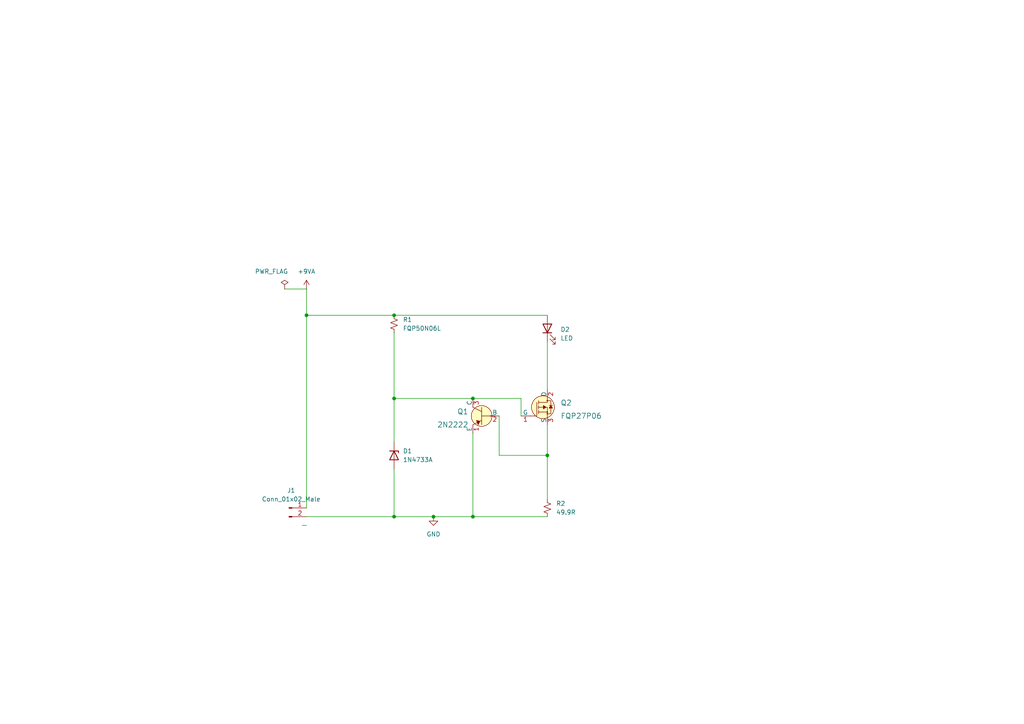
<source format=kicad_sch>
(kicad_sch (version 20211123) (generator eeschema)
  (paper "A4")
  (lib_symbols
    (symbol "Connector:Conn_01x02_Male" (pin_names (offset 1.016) hide)
      (property "Reference" "J" (at 0 2.54 0))
      (property "Value" "Conn_01x02_Male" (at 0 -5.08 0))
      (symbol "Conn_01x02_Male_1_1"
        (polyline (pts (xy 1.27 -2.54) (xy 0.8636 -2.54)) (stroke (width 0.1524)))
        (polyline (pts (xy 1.27 0) (xy 0.8636 0)) (stroke (width 0.1524)))
        (rectangle (start 0.8636 -2.413) (end 0 -2.667) (stroke (width 0.1524)) (fill (type outline)))
        (rectangle (start 0.8636 0.127) (end 0 -0.127) (stroke (width 0.1524)) (fill (type outline)))
        (pin passive line (at 5.08 0 180) (length 3.81) (name "Pin_1") (number "1"))
        (pin passive line (at 5.08 -2.54 180) (length 3.81) (name "Pin_2") (number "2"))
      )
    )
    (symbol "Device:D_Zener" (pin_numbers hide) (pin_names (offset 1.016) hide)
      (property "Reference" "D" (at 0 2.54 0))
      (property "Value" "D_Zener" (at 0 -2.54 0))
      (symbol "D_Zener_0_1"
        (polyline (pts (xy 1.27 0) (xy -1.27 0)))
        (polyline (pts (xy -1.27 -1.27) (xy -1.27 1.27) (xy -0.762 1.27)) (stroke (width 0.254)))
        (polyline (pts (xy 1.27 -1.27) (xy 1.27 1.27) (xy -1.27 0) (xy 1.27 -1.27)) (stroke (width 0.254)))
      )
      (symbol "D_Zener_1_1"
        (pin passive line (at -3.81 0 0) (length 2.54) (name "K") (number "1"))
        (pin passive line (at 3.81 0 180) (length 2.54) (name "A") (number "2"))
      )
    )
    (symbol "Device:LED" (pin_numbers hide) (pin_names (offset 1.016) hide)
      (property "Reference" "D" (at 0 2.54 0))
      (property "Value" "LED" (at 0 -2.54 0))
      (symbol "LED_0_1"
        (polyline (pts (xy -1.27 -1.27) (xy -1.27 1.27)) (stroke (width 0.254)))
        (polyline (pts (xy -1.27 0) (xy 1.27 0)))
        (polyline (pts (xy 1.27 -1.27) (xy 1.27 1.27) (xy -1.27 0) (xy 1.27 -1.27)) (stroke (width 0.254)))
        (polyline (pts (xy -3.048 -0.762) (xy -4.572 -2.286) (xy -3.81 -2.286) (xy -4.572 -2.286) (xy -4.572 -1.524)))
        (polyline (pts (xy -1.778 -0.762) (xy -3.302 -2.286) (xy -2.54 -2.286) (xy -3.302 -2.286) (xy -3.302 -1.524)))
      )
      (symbol "LED_1_1"
        (pin passive line (at -3.81 0 0) (length 2.54) (name "K") (number "1"))
        (pin passive line (at 3.81 0 180) (length 2.54) (name "A") (number "2"))
      )
    )
    (symbol "Device:R_Small_US" (pin_numbers hide) (pin_names (offset 0.254) hide)
      (property "Reference" "R" (at 0.762 0.508 0))
      (property "Value" "R_Small_US" (at 0.762 -1.016 0))
      (symbol "R_Small_US_1_1"
        (polyline (pts (xy 0 0) (xy 1.016 -0.381) (xy 0 -0.762) (xy -1.016 -1.143) (xy 0 -1.524)))
        (polyline (pts (xy 0 1.524) (xy 1.016 1.143) (xy 0 0.762) (xy -1.016 0.381) (xy 0 0)))
        (pin passive line (at 0 2.54 270) (length 1.016) (name "~") (number "1"))
        (pin passive line (at 0 -2.54 90) (length 1.016) (name "~") (number "2"))
      )
    )
    (symbol "dk_Transistors-Bipolar-BJT-Single:2N2222" (pin_names (offset 0))
      (property "Reference" "Q" (at -2.3876 3.9116 0))
      (property "Value" "2N2222" (at 5.08 0 90))
      (symbol "2N2222_0_1"
        (polyline (pts (xy -3.81 0) (xy -2.54 0)))
        (polyline (pts (xy -3.556 0) (xy 0 0)))
        (polyline (pts (xy 0 -1.27) (xy 2.54 -2.54)))
        (polyline (pts (xy 0 1.27) (xy 2.54 2.54)))
        (polyline (pts (xy 0 2.54) (xy 0 -2.54)))
        (polyline (pts (xy 1.016 2.54) (xy 0.508 1.524) (xy 1.524 1.27) (xy 1.016 2.54)) (fill (type outline)))
        (circle (center 0 0) (radius 2.9972) (fill (type background)))
      )
      (symbol "2N2222_1_1"
        (pin passive line (at 2.54 5.08 270) (length 2.54) (name "E") (number "1"))
        (pin input line (at -5.08 0 0) (length 2.54) (name "B") (number "2"))
        (pin passive line (at 2.54 -5.08 90) (length 2.54) (name "C") (number "3"))
      )
    )
    (symbol "dk_Transistors-FETs-MOSFETs-Single:FQP27P06" (pin_names (offset 0))
      (property "Reference" "Q" (at -2.6924 3.6322 0))
      (property "Value" "FQP27P06" (at 3.4544 0 90))
      (symbol "FQP27P06_0_1"
        (circle (center -1.27 0) (radius 3.302) (fill (type background)))
        (circle (center 0 -1.905) (radius 0.127))
        (circle (center 0 -1.397) (radius 0.127))
        (polyline (pts (xy 0 -1.397) (xy -2.54 -1.397)))
        (polyline (pts (xy -5.08 -2.54) (xy -3.048 -2.54) (xy -3.048 1.397)))
        (polyline (pts (xy 0 -2.54) (xy 0 0) (xy -2.54 0)))
        (polyline (pts (xy 0 2.54) (xy 0 1.397) (xy -2.54 1.397)))
        (polyline (pts (xy -0.127 -1.905) (xy 1.016 -1.905) (xy 1.016 1.397) (xy 1.016 1.905) (xy -0.127 1.905)))
        (circle (center 0 1.905) (radius 0.127))
      )
      (symbol "FQP27P06_1_1"
        (polyline (pts (xy -2.54 -1.397) (xy -2.54 -1.905)))
        (polyline (pts (xy -2.54 -1.397) (xy -2.54 -0.889)))
        (polyline (pts (xy -2.54 0) (xy -2.54 -0.508)))
        (polyline (pts (xy -2.54 0) (xy -2.54 0.508)))
        (polyline (pts (xy -2.54 1.905) (xy -2.54 0.889)))
        (polyline (pts (xy 1.524 0.508) (xy 0.508 0.508)))
        (polyline (pts (xy -0.381 0) (xy -1.143 0.508) (xy -1.143 -0.508) (xy -0.381 0)) (fill (type outline)))
        (polyline (pts (xy 1.016 0.508) (xy 0.508 -0.254) (xy 1.524 -0.254) (xy 1.016 0.508)) (fill (type outline)))
        (pin bidirectional line (at -7.62 -2.54 0) (length 2.54) (name "G") (number "1"))
        (pin bidirectional line (at 0 5.08 270) (length 2.54) (name "D") (number "2"))
        (pin bidirectional line (at 0 -5.08 90) (length 2.54) (name "S") (number "3"))
      )
    )
    (symbol "power:+9VA" (power) (pin_names (offset 0))
      (property "Value" "+9VA" (at 0 3.81 0))
      (symbol "+9VA_0_1"
        (polyline (pts (xy -0.762 1.27) (xy 0 2.54)))
        (polyline (pts (xy 0 0) (xy 0 2.54)))
        (polyline (pts (xy 0 2.54) (xy 0.762 1.27)))
      )
      (symbol "+9VA_1_1"
        (pin power_in line (at 0 0 90) (length 0) hide (name "+9VA") (number "1"))
      )
    )
    (symbol "power:GND" (power) (pin_names (offset 0))
      (property "Value" "GND" (at 0 -3.81 0))
      (symbol "GND_0_1"
        (polyline (pts (xy 0 0) (xy 0 -1.27) (xy 1.27 -1.27) (xy 0 -2.54) (xy -1.27 -1.27) (xy 0 -1.27)))
      )
      (symbol "GND_1_1"
        (pin power_in line (at 0 0 270) (length 0) hide (name "GND") (number "1"))
      )
    )
    (symbol "power:PWR_FLAG" (power) (pin_numbers hide) (pin_names (offset 0) hide)
      (property "Value" "PWR_FLAG" (at 0 3.81 0))
      (symbol "PWR_FLAG_0_0"
        (pin power_out line (at 0 0 90) (length 0) (name "pwr") (number "1"))
      )
      (symbol "PWR_FLAG_0_1"
        (polyline (pts (xy 0 0) (xy 0 1.27) (xy -1.016 1.905) (xy 0 2.54) (xy 1.016 1.905) (xy 0 1.27)))
      )
    )
  )
  (junction (at 114.3 149.86))
  (junction (at 125.73 149.86))
  (junction (at 114.3 115.57))
  (junction (at 114.3 91.44))
  (junction (at 137.16 149.86))
  (junction (at 137.16 115.57))
  (junction (at 88.9 91.44))
  (junction (at 158.75 132.08))
  (wire (pts (xy 88.9 83.82) (xy 88.9 91.44)))
  (wire (pts (xy 88.9 149.86) (xy 114.3 149.86)))
  (wire (pts (xy 114.3 135.89) (xy 114.3 149.86)))
  (wire (pts (xy 125.73 149.86) (xy 137.16 149.86)))
  (wire (pts (xy 114.3 115.57) (xy 114.3 128.27)))
  (wire (pts (xy 88.9 152.4) (xy 87.63 152.4)))
  (wire (pts (xy 158.75 123.19) (xy 158.75 132.08)))
  (wire (pts (xy 114.3 91.44) (xy 158.75 91.44)))
  (wire (pts (xy 151.13 120.65) (xy 151.13 115.57)))
  (wire (pts (xy 151.13 115.57) (xy 137.16 115.57)))
  (wire (pts (xy 82.55 83.82) (xy 88.9 83.82)))
  (wire (pts (xy 158.75 99.06) (xy 158.75 113.03)))
  (wire (pts (xy 137.16 149.86) (xy 158.75 149.86)))
  (wire (pts (xy 144.78 132.08) (xy 158.75 132.08)))
  (wire (pts (xy 114.3 149.86) (xy 125.73 149.86)))
  (wire (pts (xy 158.75 132.08) (xy 158.75 144.78)))
  (wire (pts (xy 88.9 91.44) (xy 88.9 147.32)))
  (wire (pts (xy 144.78 120.65) (xy 144.78 132.08)))
  (wire (pts (xy 114.3 115.57) (xy 137.16 115.57)))
  (wire (pts (xy 88.9 91.44) (xy 114.3 91.44)))
  (wire (pts (xy 114.3 96.52) (xy 114.3 115.57)))
  (wire (pts (xy 137.16 125.73) (xy 137.16 149.86)))
  (symbol (lib_id "dk_Transistors-Bipolar-BJT-Single:2N2222") (at 139.7 120.65 180) (unit 1)
    (property "Reference" "Q1" (at 135.89 119.38 0) (effects (font (size 1.524 1.524)) (justify left)))
    (property "Value" "2N2222" (at 135.89 123.19 0) (effects (font (size 1.524 1.524)) (justify left)))
    (property "Footprint" "digikey-footprints:TO-18-3" (effects hide))
    (property "Datasheet" "https://my.centralsemi.com/get_document.php?cmp=1&mergetype=pd&mergepath=pd&pdf_id=2N2221.PDF" (effects hide))
    (property "Digi-Key_PN" "2N2222CS-ND" (effects hide))
    (property "MPN" "2N2222" (effects hide))
    (property "Category" "Discrete Semiconductor Products" (effects hide))
    (property "Family" "Transistors - Bipolar (BJT) - Single" (effects hide))
    (property "DK_Datasheet_Link" "https://my.centralsemi.com/get_document.php?cmp=1&mergetype=pd&mergepath=pd&pdf_id=2N2221.PDF" (effects hide))
    (property "DK_Detail_Page" "/product-detail/en/central-semiconductor-corp/2N2222/2N2222CS-ND/4806844" (effects hide))
    (property "Description" "TRANS NPN 30V 0.8A TO-18" (effects hide))
    (property "Manufacturer" "Central Semiconductor Corp" (effects hide))
    (property "Status" "Active" (effects hide))
  )
  (symbol (lib_id "Connector:Conn_01x02_Male") (at 83.82 147.32 0) (unit 1)
    (property "Reference" "J1" (at 84.455 142.24 0))
    (property "Value" "Conn_01x02_Male" (at 84.455 144.78 0))
  )
  (symbol (lib_id "power:GND") (at 125.73 149.86 0) (unit 1)
    (property "Reference" "#PWR02" (effects hide))
    (property "Value" "GND" (at 125.73 154.94 0))
  )
  (symbol (lib_id "Device:D_Zener") (at 114.3 132.08 270) (unit 1)
    (property "Reference" "D1" (at 116.84 130.8099 90) (effects (justify left)))
    (property "Value" "1N4733A" (at 116.84 133.3499 90) (effects (justify left)))
  )
  (symbol (lib_id "dk_Transistors-FETs-MOSFETs-Single:FQP27P06") (at 158.75 118.11 0) (unit 1)
    (property "Reference" "Q2" (at 162.56 116.84 0) (effects (font (size 1.524 1.524)) (justify left)))
    (property "Value" "FQP27P06" (at 162.56 120.65 0) (effects (font (size 1.524 1.524)) (justify left)))
    (property "Footprint" "digikey-footprints:TO-220-3" (effects hide))
    (property "Datasheet" "https://www.onsemi.com/pub/Collateral/FQP27P06-D.PDF" (effects hide))
    (property "Digi-Key_PN" "FQP27P06-ND" (effects hide))
    (property "MPN" "FQP27P06" (effects hide))
    (property "Category" "Discrete Semiconductor Products" (effects hide))
    (property "Family" "Transistors - FETs, MOSFETs - Single" (effects hide))
    (property "DK_Datasheet_Link" "https://www.onsemi.com/pub/Collateral/FQP27P06-D.PDF" (effects hide))
    (property "DK_Detail_Page" "/product-detail/en/on-semiconductor/FQP27P06/FQP27P06-ND/965349" (effects hide))
    (property "Description" "MOSFET P-CH 60V 27A TO-220" (effects hide))
    (property "Manufacturer" "ON Semiconductor" (effects hide))
    (property "Status" "Active" (effects hide))
  )
  (symbol (lib_id "Device:LED") (at 158.75 95.25 90) (unit 1)
    (property "Reference" "D2" (at 162.56 95.5674 90) (effects (justify right)))
    (property "Value" "LED" (at 162.56 98.1074 90) (effects (justify right)))
  )
  (symbol (lib_id "Device:R_Small_US") (at 114.3 93.98 0) (unit 1)
    (property "Reference" "R1" (at 116.84 92.7099 0) (effects (justify left)))
    (property "Value" "FQP50N06L" (at 116.84 95.2499 0) (effects (justify left)))
    (property "Footprint" "Resistor_THT:R_Axial_DIN0207_L6.3mm_D2.5mm_P10.16mm_Horizontal" (effects hide))
  )
  (symbol (lib_id "power:+9VA") (at 88.9 83.82 0) (unit 1)
    (property "Reference" "#PWR01" (effects hide))
    (property "Value" "+9VA" (at 88.9 78.74 0))
  )
  (symbol (lib_id "Device:R_Small_US") (at 158.75 147.32 0) (unit 1)
    (property "Reference" "R2" (at 161.29 146.0499 0) (effects (justify left)))
    (property "Value" "49.9R" (at 161.29 148.5899 0) (effects (justify left)))
  )
  (symbol (lib_id "power:PWR_FLAG") (at 82.55 83.82 0) (unit 1)
    (property "Reference" "#FLG01" (effects hide))
    (property "Value" "PWR_FLAG" (at 78.74 78.74 0))
  )
)
</source>
